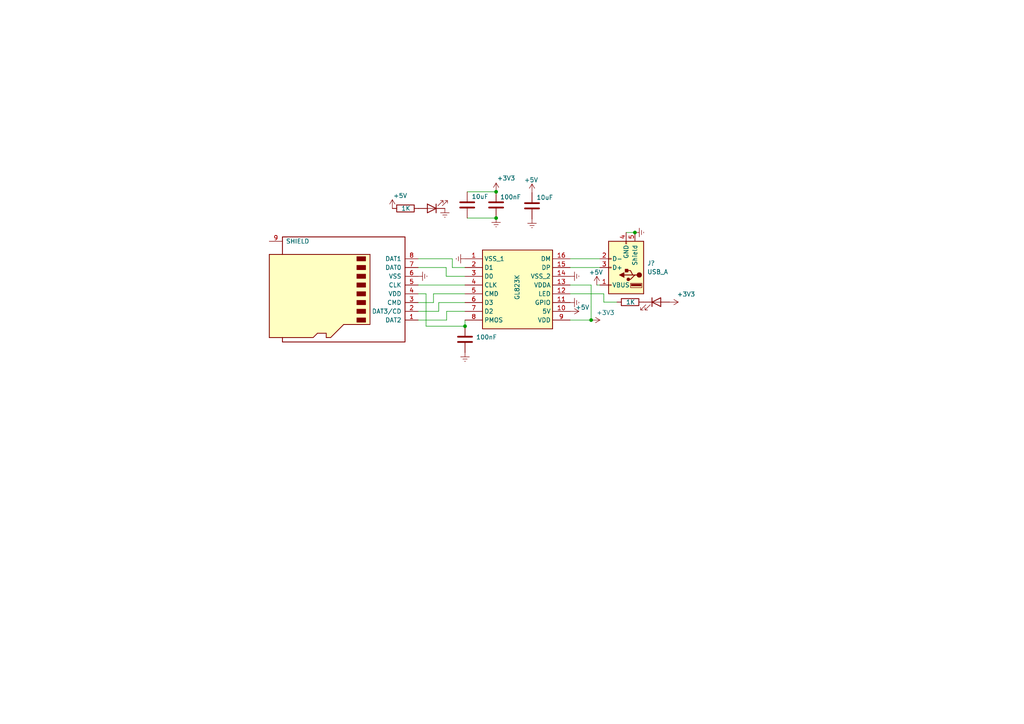
<source format=kicad_sch>
(kicad_sch (version 20211123) (generator eeschema)
  (paper "A4")
  (lib_symbols
    (symbol "Connector:Micro_SD_Card" (pin_names (offset 1.016))
      (property "Reference" "J" (at -16.51 15.24 0))
      (property "Value" "Micro_SD_Card" (at 16.51 15.24 0))
      (symbol "Micro_SD_Card_0_1"
        (rectangle (start -7.62 -9.525) (end -5.08 -10.795) (fill (type outline)))
        (rectangle (start -7.62 -6.985) (end -5.08 -8.255) (fill (type outline)))
        (rectangle (start -7.62 -4.445) (end -5.08 -5.715) (fill (type outline)))
        (rectangle (start -7.62 -1.905) (end -5.08 -3.175) (fill (type outline)))
        (rectangle (start -7.62 0.635) (end -5.08 -0.635) (fill (type outline)))
        (rectangle (start -7.62 3.175) (end -5.08 1.905) (fill (type outline)))
        (rectangle (start -7.62 5.715) (end -5.08 4.445) (fill (type outline)))
        (rectangle (start -7.62 8.255) (end -5.08 6.985) (fill (type outline)))
        (polyline (pts (xy 16.51 12.7) (xy 16.51 13.97) (xy -19.05 13.97) (xy -19.05 -16.51) (xy 16.51 -16.51) (xy 16.51 -11.43)) (stroke (width 0.254)))
        (polyline (pts (xy -8.89 -11.43) (xy -8.89 8.89) (xy -1.27 8.89) (xy 2.54 12.7) (xy 3.81 12.7) (xy 3.81 11.43) (xy 6.35 11.43) (xy 7.62 12.7) (xy 20.32 12.7) (xy 20.32 -11.43) (xy -8.89 -11.43)) (stroke (width 0.254)) (fill (type background)))
      )
      (symbol "Micro_SD_Card_1_1"
        (pin bidirectional line (at -22.86 7.62 0) (length 3.81) (name "DAT2") (number "1"))
        (pin bidirectional line (at -22.86 5.08 0) (length 3.81) (name "DAT3/CD") (number "2"))
        (pin input line (at -22.86 2.54 0) (length 3.81) (name "CMD") (number "3"))
        (pin power_in line (at -22.86 0 0) (length 3.81) (name "VDD") (number "4"))
        (pin input line (at -22.86 -2.54 0) (length 3.81) (name "CLK") (number "5"))
        (pin power_in line (at -22.86 -5.08 0) (length 3.81) (name "VSS") (number "6"))
        (pin bidirectional line (at -22.86 -7.62 0) (length 3.81) (name "DAT0") (number "7"))
        (pin bidirectional line (at -22.86 -10.16 0) (length 3.81) (name "DAT1") (number "8"))
        (pin passive line (at 20.32 -15.24 180) (length 3.81) (name "SHIELD") (number "9"))
      )
    )
    (symbol "Connector:USB_A" (pin_names (offset 1.016))
      (property "Reference" "J" (at -5.08 11.43 0))
      (property "Value" "USB_A" (at -5.08 8.89 0))
      (symbol "USB_A_0_1"
        (rectangle (start -5.08 -7.62) (end 5.08 7.62) (stroke (width 0.254)) (fill (type background)))
        (circle (center -3.81 2.159) (radius 0.635) (stroke (width 0.254)) (fill (type outline)))
        (rectangle (start -1.524 4.826) (end -4.318 5.334) (fill (type outline)))
        (rectangle (start -1.27 4.572) (end -4.572 5.842))
        (circle (center -0.635 3.429) (radius 0.381) (stroke (width 0.254)) (fill (type outline)))
        (rectangle (start -0.127 -7.62) (end 0.127 -6.858))
        (polyline (pts (xy -3.175 2.159) (xy -2.54 2.159) (xy -1.27 3.429) (xy -0.635 3.429)) (stroke (width 0.254)))
        (polyline (pts (xy -2.54 2.159) (xy -1.905 2.159) (xy -1.27 0.889) (xy 0 0.889)) (stroke (width 0.254)))
        (polyline (pts (xy 0.635 2.794) (xy 0.635 1.524) (xy 1.905 2.159) (xy 0.635 2.794)) (stroke (width 0.254)) (fill (type outline)))
        (rectangle (start 0.254 1.27) (end -0.508 0.508) (stroke (width 0.254)) (fill (type outline)))
        (rectangle (start 5.08 -2.667) (end 4.318 -2.413))
        (rectangle (start 5.08 -0.127) (end 4.318 0.127))
        (rectangle (start 5.08 4.953) (end 4.318 5.207))
      )
      (symbol "USB_A_1_1"
        (polyline (pts (xy -1.905 2.159) (xy 0.635 2.159)) (stroke (width 0.254)))
        (pin power_in line (at 7.62 5.08 180) (length 2.54) (name "VBUS") (number "1"))
        (pin bidirectional line (at 7.62 -2.54 180) (length 2.54) (name "D-") (number "2"))
        (pin bidirectional line (at 7.62 0 180) (length 2.54) (name "D+") (number "3"))
        (pin power_in line (at 0 -10.16 90) (length 2.54) (name "GND") (number "4"))
        (pin passive line (at -2.54 -10.16 90) (length 2.54) (name "Shield") (number "5"))
      )
    )
    (symbol "Device:C" (pin_numbers hide) (pin_names (offset 0.254))
      (property "Reference" "C" (at 0.635 2.54 0))
      (property "Value" "C" (at 0.635 -2.54 0))
      (symbol "C_0_1"
        (polyline (pts (xy -2.032 -0.762) (xy 2.032 -0.762)) (stroke (width 0.508)))
        (polyline (pts (xy -2.032 0.762) (xy 2.032 0.762)) (stroke (width 0.508)))
      )
      (symbol "C_1_1"
        (pin passive line (at 0 3.81 270) (length 2.794) (name "~") (number "1"))
        (pin passive line (at 0 -3.81 90) (length 2.794) (name "~") (number "2"))
      )
    )
    (symbol "Device:LED" (pin_numbers hide) (pin_names (offset 1.016) hide)
      (property "Reference" "D" (at 0 2.54 0))
      (property "Value" "LED" (at 0 -2.54 0))
      (symbol "LED_0_1"
        (polyline (pts (xy -1.27 -1.27) (xy -1.27 1.27)) (stroke (width 0.254)))
        (polyline (pts (xy -1.27 0) (xy 1.27 0)))
        (polyline (pts (xy 1.27 -1.27) (xy 1.27 1.27) (xy -1.27 0) (xy 1.27 -1.27)) (stroke (width 0.254)))
        (polyline (pts (xy -3.048 -0.762) (xy -4.572 -2.286) (xy -3.81 -2.286) (xy -4.572 -2.286) (xy -4.572 -1.524)))
        (polyline (pts (xy -1.778 -0.762) (xy -3.302 -2.286) (xy -2.54 -2.286) (xy -3.302 -2.286) (xy -3.302 -1.524)))
      )
      (symbol "LED_1_1"
        (pin passive line (at -3.81 0 0) (length 2.54) (name "K") (number "1"))
        (pin passive line (at 3.81 0 180) (length 2.54) (name "A") (number "2"))
      )
    )
    (symbol "Device:R" (pin_numbers hide) (pin_names (offset 0))
      (property "Reference" "R" (at 2.032 0 90))
      (property "Value" "R" (at 0 0 90))
      (symbol "R_0_1"
        (rectangle (start -1.016 -2.54) (end 1.016 2.54) (stroke (width 0.254)))
      )
      (symbol "R_1_1"
        (pin passive line (at 0 3.81 270) (length 1.27) (name "~") (number "1"))
        (pin passive line (at 0 -3.81 90) (length 1.27) (name "~") (number "2"))
      )
    )
    (symbol "GL823K:GL823K"
      (property "Value" "GL823K" (at 0 0 0))
      (property "Reference_1" "IC" (at 26.67 7.62 0))
      (property "Value_1" "GL823K" (at 26.67 5.08 0))
      (symbol "GL823K_1_1"
        (rectangle (start 5.08 2.54) (end 25.4 -20.32) (stroke (width 0.254)) (fill (type background)))
        (pin passive line (at 0 0 0) (length 5.08) (name "VSS_1") (number "1"))
        (pin passive line (at 30.48 -15.24 180) (length 5.08) (name "5V") (number "10"))
        (pin passive line (at 30.48 -12.7 180) (length 5.08) (name "GPIO") (number "11"))
        (pin passive line (at 30.48 -10.16 180) (length 5.08) (name "LED") (number "12"))
        (pin passive line (at 30.48 -7.62 180) (length 5.08) (name "VDDA") (number "13"))
        (pin passive line (at 30.48 -5.08 180) (length 5.08) (name "VSS_2") (number "14"))
        (pin passive line (at 30.48 -2.54 180) (length 5.08) (name "DP") (number "15"))
        (pin passive line (at 30.48 0 180) (length 5.08) (name "DM") (number "16"))
        (pin passive line (at 0 -2.54 0) (length 5.08) (name "D1") (number "2"))
        (pin passive line (at 0 -5.08 0) (length 5.08) (name "D0") (number "3"))
        (pin passive line (at 0 -7.62 0) (length 5.08) (name "CLK") (number "4"))
        (pin passive line (at 0 -10.16 0) (length 5.08) (name "CMD") (number "5"))
        (pin passive line (at 0 -12.7 0) (length 5.08) (name "D3") (number "6"))
        (pin passive line (at 0 -15.24 0) (length 5.08) (name "D2") (number "7"))
        (pin passive line (at 0 -17.78 0) (length 5.08) (name "PMOS") (number "8"))
        (pin passive line (at 30.48 -17.78 180) (length 5.08) (name "VDD") (number "9"))
      )
    )
    (symbol "power:+3.3V" (power) (pin_names (offset 0))
      (property "Value" "+3.3V" (at 0 3.556 0))
      (symbol "+3.3V_0_1"
        (polyline (pts (xy -0.762 1.27) (xy 0 2.54)))
        (polyline (pts (xy 0 0) (xy 0 2.54)))
        (polyline (pts (xy 0 2.54) (xy 0.762 1.27)))
      )
      (symbol "+3.3V_1_1"
        (pin power_in line (at 0 0 90) (length 0) hide (name "+3V3") (number "1"))
      )
    )
    (symbol "power:+5V" (power) (pin_names (offset 0))
      (property "Value" "+5V" (at 0 3.556 0))
      (symbol "+5V_0_1"
        (polyline (pts (xy -0.762 1.27) (xy 0 2.54)))
        (polyline (pts (xy 0 0) (xy 0 2.54)))
        (polyline (pts (xy 0 2.54) (xy 0.762 1.27)))
      )
      (symbol "+5V_1_1"
        (pin power_in line (at 0 0 90) (length 0) hide (name "+5V") (number "1"))
      )
    )
    (symbol "power:Earth" (power) (pin_names (offset 0))
      (symbol "Earth_0_1"
        (polyline (pts (xy -0.635 -1.905) (xy 0.635 -1.905)))
        (polyline (pts (xy -0.127 -2.54) (xy 0.127 -2.54)))
        (polyline (pts (xy 0 -1.27) (xy 0 0)))
        (polyline (pts (xy 1.27 -1.27) (xy -1.27 -1.27)))
      )
      (symbol "Earth_1_1"
        (pin power_in line (at 0 0 270) (length 0) hide (name "Earth") (number "1"))
      )
    )
  )
  (junction (at 171.45 92.837))
  (junction (at 143.891 55.626))
  (junction (at 134.874 94.615))
  (junction (at 143.891 63.246))
  (junction (at 184.15 67.437))
  (wire (pts (xy 134.874 77.597) (xy 131.191 77.597)))
  (wire (pts (xy 125.73 87.757) (xy 121.285 87.757)))
  (wire (pts (xy 165.354 82.677) (xy 171.45 82.677)))
  (wire (pts (xy 125.73 85.217) (xy 125.73 87.757)))
  (wire (pts (xy 175.133 87.63) (xy 178.943 87.63)))
  (wire (pts (xy 134.874 85.217) (xy 125.73 85.217)))
  (wire (pts (xy 131.191 75.057) (xy 121.285 75.057)))
  (wire (pts (xy 134.874 94.615) (xy 134.874 92.837)))
  (wire (pts (xy 123.571 85.217) (xy 123.571 94.615)))
  (wire (pts (xy 135.509 63.246) (xy 143.891 63.246)))
  (wire (pts (xy 129.413 77.597) (xy 129.413 80.137)))
  (wire (pts (xy 173.99 77.597) (xy 165.354 77.597)))
  (wire (pts (xy 121.285 82.677) (xy 134.874 82.677)))
  (wire (pts (xy 127.254 90.297) (xy 127.254 87.757)))
  (wire (pts (xy 121.285 90.297) (xy 127.254 90.297)))
  (wire (pts (xy 129.54 92.837) (xy 121.285 92.837)))
  (wire (pts (xy 165.354 85.217) (xy 175.133 85.217)))
  (wire (pts (xy 135.509 55.626) (xy 143.891 55.626)))
  (wire (pts (xy 181.61 67.437) (xy 184.15 67.437)))
  (wire (pts (xy 129.54 90.297) (xy 129.54 92.837)))
  (wire (pts (xy 129.413 80.137) (xy 134.874 80.137)))
  (wire (pts (xy 171.45 82.677) (xy 171.45 92.837)))
  (wire (pts (xy 121.285 77.597) (xy 129.413 77.597)))
  (wire (pts (xy 131.191 77.597) (xy 131.191 75.057)))
  (wire (pts (xy 127.254 87.757) (xy 134.874 87.757)))
  (wire (pts (xy 121.285 85.217) (xy 123.571 85.217)))
  (wire (pts (xy 171.45 92.837) (xy 165.354 92.837)))
  (wire (pts (xy 134.874 90.297) (xy 129.54 90.297)))
  (wire (pts (xy 175.133 85.217) (xy 175.133 87.63)))
  (wire (pts (xy 173.99 75.057) (xy 165.354 75.057)))
  (wire (pts (xy 173.101 82.677) (xy 173.99 82.677)))
  (wire (pts (xy 123.571 94.615) (xy 134.874 94.615)))
  (symbol (lib_id "Device:LED") (at 190.373 87.63 0) (unit 1)
    (property "Reference" "D?" (effects hide))
    (property "Value" "LED" (effects hide))
  )
  (symbol (lib_id "Connector:Micro_SD_Card") (at 98.425 85.217 180) (unit 1)
    (property "Reference" "J?" (effects hide))
    (property "Value" "Micro_SD_Card" (effects hide))
    (property "Datasheet" "http://katalog.we-online.de/em/datasheet/693072010801.pdf" (effects hide))
  )
  (symbol (lib_id "power:Earth") (at 129.032 60.452 0) (unit 1)
    (property "Reference" "#PWR?" (effects hide))
    (property "Value" "Earth" (effects hide))
  )
  (symbol (lib_id "power:Earth") (at 184.15 67.437 90) (unit 1)
    (property "Reference" "#PWR?" (effects hide))
    (property "Value" "Earth" (effects hide))
  )
  (symbol (lib_id "power:Earth") (at 134.874 102.235 0) (unit 1)
    (property "Reference" "#PWR?" (effects hide))
    (property "Value" "Earth" (effects hide))
  )
  (symbol (lib_id "power:Earth") (at 143.891 63.246 0) (unit 1)
    (property "Reference" "#PWR?" (effects hide))
    (property "Value" "Earth" (effects hide))
  )
  (symbol (lib_id "Device:R") (at 182.753 87.63 270) (unit 1)
    (property "Reference" "R?" (effects hide))
    (property "Value" "1K" (at 182.88 87.63 90))
  )
  (symbol (lib_id "power:Earth") (at 165.354 87.757 90) (unit 1)
    (property "Reference" "#PWR?" (effects hide))
    (property "Value" "Earth" (effects hide))
  )
  (symbol (lib_id "Device:C") (at 154.305 59.69 0) (unit 1)
    (property "Reference" "C?" (effects hide))
    (property "Value" "10uF" (at 155.575 57.277 0) (effects (justify left)))
  )
  (symbol (lib_id "Connector:USB_A") (at 181.61 77.597 180) (unit 1)
    (property "Reference" "J?" (at 187.706 76.3269 0) (effects (justify right)))
    (property "Value" "USB_A" (at 187.706 78.8669 0) (effects (justify right)))
    (property "Datasheet" " ~" (effects hide))
  )
  (symbol (lib_id "GL823K:GL823K") (at 134.874 75.057 0) (unit 1)
    (property "Reference" "IC?" (effects hide))
    (property "Value" "GL823K" (at 149.987 83.312 90))
    (property "Reference_1" "IC" (effects hide))
    (property "Value_1" "GL823K" (effects hide))
    (property "Footprint_1" "SOP64P600X175-16N" (effects hide))
    (property "Datasheet_1" "http://www.electrodragon.com/w/images/c/cb/GL823K.pdf" (effects hide))
    (property "Height" "1.75" (effects hide))
    (property "Manufacturer_Name" "Genesys" (effects hide))
    (property "Manufacturer_Part_Number" "GL823K" (effects hide))
  )
  (symbol (lib_id "power:+3.3V") (at 143.891 55.626 0) (unit 1)
    (property "Reference" "#PWR?" (effects hide))
    (property "Value" "+3.3V" (at 144.145 51.689 0) (effects (justify left)))
  )
  (symbol (lib_id "power:+5V") (at 154.305 55.88 0) (unit 1)
    (property "Reference" "#PWR?" (effects hide))
    (property "Value" "+5V" (at 154.051 52.197 0))
  )
  (symbol (lib_id "power:+3.3V") (at 171.45 92.837 270) (unit 1)
    (property "Reference" "#PWR?" (effects hide))
    (property "Value" "+3.3V" (at 172.974 90.678 90) (effects (justify left)))
  )
  (symbol (lib_id "power:Earth") (at 165.354 80.137 90) (unit 1)
    (property "Reference" "#PWR?" (effects hide))
    (property "Value" "Earth" (effects hide))
  )
  (symbol (lib_id "Device:C") (at 143.891 59.436 0) (unit 1)
    (property "Reference" "C?" (effects hide))
    (property "Value" "100nF" (at 145.034 57.15 0) (effects (justify left)))
  )
  (symbol (lib_id "power:+5V") (at 113.792 60.452 0) (unit 1)
    (property "Reference" "#PWR?" (effects hide))
    (property "Value" "+5V" (at 116.078 56.769 0))
  )
  (symbol (lib_id "power:+5V") (at 165.354 90.297 270) (unit 1)
    (property "Reference" "#PWR?" (effects hide))
    (property "Value" "+5V" (at 168.91 89.154 90))
  )
  (symbol (lib_id "power:Earth") (at 134.874 75.057 270) (unit 1)
    (property "Reference" "#PWR?" (effects hide))
    (property "Value" "Earth" (effects hide))
  )
  (symbol (lib_id "power:+3.3V") (at 194.183 87.63 270) (unit 1)
    (property "Reference" "#PWR?" (effects hide))
    (property "Value" "+3.3V" (at 196.342 85.344 90) (effects (justify left)))
  )
  (symbol (lib_id "Device:C") (at 135.509 59.436 0) (unit 1)
    (property "Reference" "C?" (effects hide))
    (property "Value" "10uF" (at 136.779 57.023 0) (effects (justify left)))
  )
  (symbol (lib_id "Device:R") (at 117.602 60.452 270) (unit 1)
    (property "Reference" "R?" (effects hide))
    (property "Value" "1K" (at 117.729 60.452 90))
  )
  (symbol (lib_id "Device:LED") (at 125.222 60.452 180) (unit 1)
    (property "Reference" "D?" (effects hide))
    (property "Value" "LED" (effects hide))
  )
  (symbol (lib_id "power:Earth") (at 121.285 80.137 90) (unit 1)
    (property "Reference" "#PWR?" (effects hide))
    (property "Value" "Earth" (effects hide))
  )
  (symbol (lib_id "Device:C") (at 134.874 98.425 0) (unit 1)
    (property "Reference" "C?" (effects hide))
    (property "Value" "100nF" (at 138.049 97.79 0) (effects (justify left)))
  )
  (symbol (lib_id "power:Earth") (at 154.305 63.5 0) (unit 1)
    (property "Reference" "#PWR?" (effects hide))
    (property "Value" "Earth" (effects hide))
  )
  (symbol (lib_id "power:+5V") (at 173.101 82.677 0) (unit 1)
    (property "Reference" "#PWR?" (effects hide))
    (property "Value" "+5V" (at 172.847 78.994 0))
  )
)
</source>
